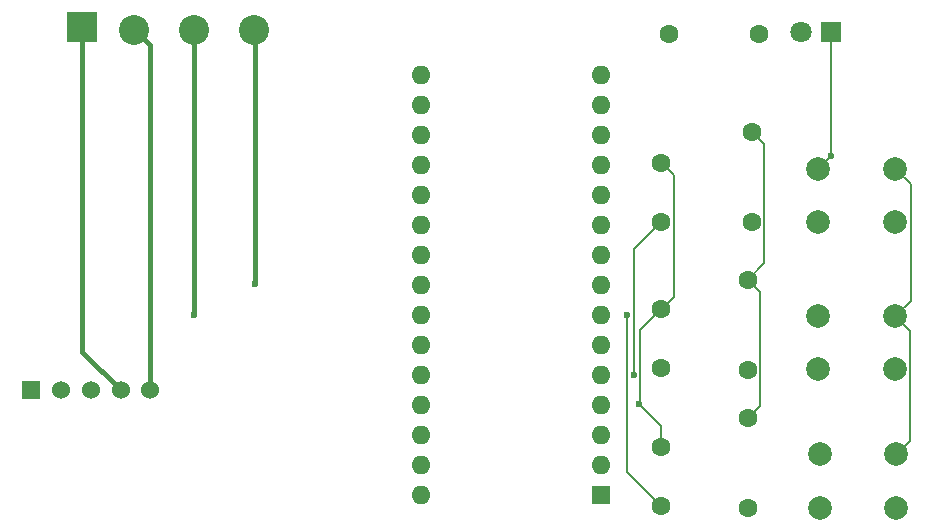
<source format=gbr>
G04 #@! TF.GenerationSoftware,KiCad,Pcbnew,9.0.2*
G04 #@! TF.CreationDate,2025-12-29T14:16:25-08:00*
G04 #@! TF.ProjectId,akshera,616b7368-6572-4612-9e6b-696361645f70,rev?*
G04 #@! TF.SameCoordinates,Original*
G04 #@! TF.FileFunction,Copper,L4,Bot*
G04 #@! TF.FilePolarity,Positive*
%FSLAX46Y46*%
G04 Gerber Fmt 4.6, Leading zero omitted, Abs format (unit mm)*
G04 Created by KiCad (PCBNEW 9.0.2) date 2025-12-29 14:16:25*
%MOMM*%
%LPD*%
G01*
G04 APERTURE LIST*
G04 #@! TA.AperFunction,ComponentPad*
%ADD10C,1.524000*%
G04 #@! TD*
G04 #@! TA.AperFunction,ComponentPad*
%ADD11R,1.524000X1.524000*%
G04 #@! TD*
G04 #@! TA.AperFunction,ComponentPad*
%ADD12C,2.540000*%
G04 #@! TD*
G04 #@! TA.AperFunction,ComponentPad*
%ADD13R,2.540000X2.540000*%
G04 #@! TD*
G04 #@! TA.AperFunction,ComponentPad*
%ADD14C,2.000000*%
G04 #@! TD*
G04 #@! TA.AperFunction,ComponentPad*
%ADD15C,1.600000*%
G04 #@! TD*
G04 #@! TA.AperFunction,ComponentPad*
%ADD16C,1.800000*%
G04 #@! TD*
G04 #@! TA.AperFunction,ComponentPad*
%ADD17R,1.800000X1.800000*%
G04 #@! TD*
G04 #@! TA.AperFunction,ComponentPad*
%ADD18O,1.600000X1.600000*%
G04 #@! TD*
G04 #@! TA.AperFunction,ComponentPad*
%ADD19R,1.600000X1.600000*%
G04 #@! TD*
G04 #@! TA.AperFunction,ViaPad*
%ADD20C,0.600000*%
G04 #@! TD*
G04 #@! TA.AperFunction,Conductor*
%ADD21C,0.400000*%
G04 #@! TD*
G04 #@! TA.AperFunction,Conductor*
%ADD22C,0.200000*%
G04 #@! TD*
G04 APERTURE END LIST*
D10*
X143430000Y-92790000D03*
X140930000Y-92790000D03*
X138430000Y-92790000D03*
X135890000Y-92790000D03*
D11*
X133350000Y-92790000D03*
D12*
X152247000Y-62230000D03*
X147167000Y-62230000D03*
X142087000Y-62230000D03*
D13*
X137643000Y-62054000D03*
D14*
X200100000Y-98200000D03*
X206600000Y-98200000D03*
X200100000Y-102700000D03*
X206600000Y-102700000D03*
D15*
X186700000Y-97600000D03*
X186700000Y-102600000D03*
X194000000Y-95100000D03*
X194000000Y-102720000D03*
X186690000Y-90900000D03*
X186690000Y-85900000D03*
X194000000Y-83400000D03*
X194000000Y-91020000D03*
X186700000Y-78500000D03*
X186700000Y-73500000D03*
X194400000Y-70900000D03*
X194400000Y-78520000D03*
X187380000Y-62600000D03*
X195000000Y-62600000D03*
D16*
X198560000Y-62400000D03*
D17*
X201100000Y-62400000D03*
D14*
X206500000Y-78500000D03*
X200000000Y-78500000D03*
X206500000Y-74000000D03*
X200000000Y-74000000D03*
X206500000Y-91000000D03*
X200000000Y-91000000D03*
X206500000Y-86500000D03*
X200000000Y-86500000D03*
D18*
X166370000Y-101600000D03*
X166370000Y-99060000D03*
X166370000Y-96520000D03*
X166370000Y-93980000D03*
X166370000Y-91440000D03*
X166370000Y-88900000D03*
X166370000Y-86360000D03*
X166370000Y-83820000D03*
X166370000Y-81280000D03*
X166370000Y-78740000D03*
X166370000Y-76200000D03*
X166370000Y-73660000D03*
X166370000Y-71120000D03*
X166370000Y-68580000D03*
X166370000Y-66040000D03*
X181610000Y-66040000D03*
X181610000Y-68580000D03*
X181610000Y-71120000D03*
X181610000Y-73660000D03*
X181610000Y-76200000D03*
X181610000Y-78740000D03*
X181610000Y-81280000D03*
X181610000Y-83820000D03*
X181610000Y-86360000D03*
X181610000Y-88900000D03*
X181610000Y-91440000D03*
X181610000Y-93980000D03*
X181610000Y-96520000D03*
X181610000Y-99060000D03*
D19*
X181610000Y-101600000D03*
D20*
X184800000Y-93900000D03*
X201100000Y-72900000D03*
X147160000Y-86360000D03*
X152300000Y-83800000D03*
X183800000Y-86400000D03*
X184400000Y-91500000D03*
D21*
X137643000Y-62054000D02*
X137643000Y-89503000D01*
X137643000Y-89503000D02*
X140930000Y-92790000D01*
D22*
X186700000Y-97600000D02*
X186700000Y-95800000D01*
X186700000Y-95800000D02*
X184800000Y-93900000D01*
X184928000Y-87662000D02*
X186690000Y-85900000D01*
X184800000Y-93900000D02*
X184928000Y-93772000D01*
X184928000Y-93772000D02*
X184928000Y-87662000D01*
X186700000Y-73500000D02*
X187728000Y-74528000D01*
X187728000Y-74528000D02*
X187728000Y-84862000D01*
X187728000Y-84862000D02*
X186690000Y-85900000D01*
X206500000Y-86500000D02*
X207728000Y-87728000D01*
X207728000Y-87728000D02*
X207728000Y-97072000D01*
X207728000Y-97072000D02*
X206600000Y-98200000D01*
X206500000Y-74000000D02*
X207800000Y-75300000D01*
X207800000Y-75300000D02*
X207800000Y-85200000D01*
X207800000Y-85200000D02*
X206500000Y-86500000D01*
X201100000Y-62400000D02*
X201100000Y-72900000D01*
X201100000Y-72900000D02*
X200000000Y-74000000D01*
D21*
X147160000Y-86360000D02*
X147160000Y-62237000D01*
X147160000Y-62237000D02*
X147167000Y-62230000D01*
X152300000Y-83800000D02*
X152300000Y-62283000D01*
X152300000Y-62283000D02*
X152247000Y-62230000D01*
X143430000Y-92790000D02*
X143430000Y-63573000D01*
X143430000Y-63573000D02*
X142087000Y-62230000D01*
D22*
X183800000Y-86400000D02*
X183800000Y-99700000D01*
X183800000Y-99700000D02*
X186700000Y-102600000D01*
X184400000Y-91500000D02*
X184400000Y-80800000D01*
X184400000Y-80800000D02*
X186700000Y-78500000D01*
X195428000Y-81972000D02*
X194000000Y-83400000D01*
X195428000Y-71928000D02*
X195428000Y-81972000D01*
X194400000Y-70900000D02*
X195428000Y-71928000D01*
X195028000Y-94072000D02*
X194000000Y-95100000D01*
X195028000Y-84428000D02*
X195028000Y-94072000D01*
X194000000Y-83400000D02*
X195028000Y-84428000D01*
M02*

</source>
